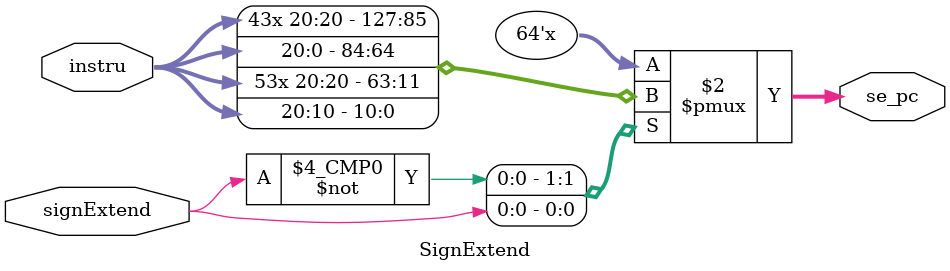
<source format=v>
`timescale 1ns / 1ps


module SignExtend(
    input [31:0] instru,
    input signExtend,
    output reg  [63:0] se_pc
    );
    
    always @(instru, signExtend)
        begin
            case (signExtend)
                  0: se_pc = {{43{instru[20]}},instru[20:0]}; // read from Instr[20:0], D-format instruction
                  1: se_pc = {{53{instru[20]}},instru[20:10]};// read from Instr[20:10], B-format instruction    
            endcase
        
        end
    
    
endmodule

</source>
